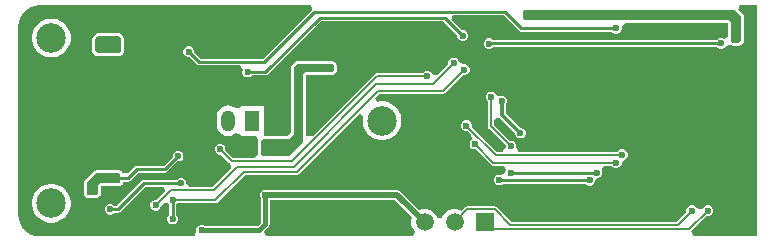
<source format=gbl>
G04*
G04 #@! TF.GenerationSoftware,Altium Limited,Altium Designer,21.0.9 (235)*
G04*
G04 Layer_Physical_Order=2*
G04 Layer_Color=16711680*
%FSTAX24Y24*%
%MOIN*%
G70*
G04*
G04 #@! TF.SameCoordinates,F3794B47-591B-43CD-9A24-B45F9C40A272*
G04*
G04*
G04 #@! TF.FilePolarity,Positive*
G04*
G01*
G75*
%ADD11C,0.0100*%
%ADD14C,0.0080*%
%ADD21R,0.0591X0.0591*%
%ADD71C,0.0150*%
%ADD72C,0.0200*%
%ADD73C,0.0120*%
%ADD74O,0.0669X0.0433*%
%ADD75O,0.0472X0.0709*%
%ADD76R,0.0472X0.0709*%
%ADD77O,0.0787X0.0984*%
%ADD78C,0.0984*%
%ADD79C,0.0591*%
%ADD80C,0.0236*%
%ADD81R,0.0512X0.0315*%
%ADD82R,0.1181X0.0827*%
G36*
X039918Y025127D02*
Y024327D01*
X039848Y024257D01*
X039658D01*
X039598Y024317D01*
Y024927D01*
X039528Y024997D01*
X032728D01*
X032658Y025067D01*
Y025287D01*
X032698Y025327D01*
X039718D01*
X039918Y025127D01*
D02*
G37*
G36*
X016535Y025504D02*
X02557D01*
X025617Y025362D01*
X025617Y025354D01*
X023982Y023719D01*
X021904D01*
X021686Y023937D01*
Y023992D01*
X021659Y024057D01*
X021609Y024108D01*
X021543Y024135D01*
X021473D01*
X021407Y024108D01*
X021357Y024057D01*
X02133Y023992D01*
Y023921D01*
X021357Y023856D01*
X021407Y023806D01*
X021473Y023778D01*
X021528D01*
X021779Y023527D01*
X021779Y023527D01*
X021815Y023503D01*
X021858Y023494D01*
X021858Y023494D01*
X023232D01*
X023267Y023452D01*
X023313Y023344D01*
X0233Y023312D01*
Y023241D01*
X023327Y023176D01*
X023377Y023126D01*
X023443Y023098D01*
X023513D01*
X023579Y023126D01*
X023618Y023164D01*
X024068D01*
X024068Y023164D01*
X024111Y023173D01*
X024147Y023197D01*
X025924Y024974D01*
X029992D01*
X03046Y024506D01*
Y024451D01*
X030487Y024386D01*
X030537Y024336D01*
X030603Y024308D01*
X030673D01*
X030739Y024336D01*
X030789Y024386D01*
X030816Y024451D01*
Y024522D01*
X030789Y024587D01*
X030739Y024638D01*
X030673Y024665D01*
X030619D01*
X030257Y025026D01*
X030315Y025164D01*
X032012D01*
X032519Y024657D01*
X032519Y024657D01*
X032555Y024633D01*
X032598Y024624D01*
X035618D01*
X035657Y024586D01*
X035723Y024558D01*
X035793D01*
X035859Y024586D01*
X035909Y024636D01*
X035936Y024701D01*
Y024772D01*
X036048Y024895D01*
X039486D01*
X039496Y024884D01*
Y024463D01*
X039411Y024416D01*
X039346Y024393D01*
X039293Y024415D01*
X039223D01*
X039157Y024388D01*
X03911Y02434D01*
X031657D01*
X031626Y02437D01*
X031561Y024397D01*
X03149D01*
X031425Y02437D01*
X031375Y02432D01*
X031347Y024254D01*
Y024184D01*
X031375Y024118D01*
X031425Y024068D01*
X03149Y024041D01*
X031561D01*
X031626Y024068D01*
X031674Y024116D01*
X039127D01*
X039157Y024086D01*
X039223Y024058D01*
X039293D01*
X039359Y024086D01*
X039409Y024136D01*
X039415Y02415D01*
X039559Y024191D01*
X039581Y024189D01*
X039586Y024184D01*
X039619Y024162D01*
X039658Y024155D01*
X039848D01*
X039887Y024162D01*
X03992Y024184D01*
X03999Y024254D01*
X040012Y024288D01*
X04002Y024327D01*
Y025127D01*
X040012Y025166D01*
X03999Y025199D01*
X039835Y025354D01*
X039897Y025504D01*
X040465D01*
Y017803D01*
X038352D01*
X03833Y017831D01*
X03826Y017964D01*
X038774Y018478D01*
X038843D01*
X038909Y018506D01*
X038959Y018556D01*
X038986Y018621D01*
Y018692D01*
X038959Y018757D01*
X038909Y018808D01*
X038843Y018835D01*
X038773D01*
X038707Y018808D01*
X038657Y018757D01*
X038644Y018726D01*
X038602Y018702D01*
X038587Y018701D01*
X038429Y018757D01*
X038379Y018808D01*
X038313Y018835D01*
X038243D01*
X038177Y018808D01*
X038127Y018757D01*
X0381Y018692D01*
Y018623D01*
X037766Y018288D01*
X03226D01*
X03178Y018769D01*
X031747Y018791D01*
X031708Y018798D01*
X030799D01*
X03076Y018791D01*
X030727Y018769D01*
X030605Y018646D01*
X030542Y018683D01*
X030429Y018713D01*
X030311D01*
X030198Y018683D01*
X030097Y018624D01*
X030014Y018541D01*
X029955Y01844D01*
X029948Y018412D01*
X029792D01*
X029785Y01844D01*
X029726Y018541D01*
X029643Y018624D01*
X029542Y018683D01*
X029429Y018713D01*
X029311D01*
X029198Y018683D01*
X02919Y018678D01*
X02858Y019289D01*
X028527Y019324D01*
X028464Y019337D01*
X024137D01*
X0241Y019352D01*
X024029D01*
X023964Y019324D01*
X023914Y019274D01*
X023887Y019209D01*
Y019138D01*
X023914Y019073D01*
X023927Y019059D01*
Y01826D01*
X023811Y018144D01*
X022052D01*
X022039Y018158D01*
X021973Y018185D01*
X021903D01*
X021837Y018158D01*
X021787Y018107D01*
X02176Y018042D01*
Y017971D01*
X021767Y017953D01*
X021706Y017828D01*
X021679Y017803D01*
X016535D01*
X016535Y017803D01*
X016399Y017817D01*
X016267Y017857D01*
X016146Y017921D01*
X01604Y018008D01*
X015953Y018115D01*
X015888Y018236D01*
X015848Y018367D01*
X015835Y018504D01*
X015835Y018504D01*
Y024803D01*
X015835Y024803D01*
X015848Y02494D01*
X015888Y025071D01*
X015953Y025192D01*
X01604Y025299D01*
X016146Y025386D01*
X016267Y025451D01*
X016399Y02549D01*
X016535Y025504D01*
X016535Y025504D01*
D02*
G37*
G36*
X02896Y018447D02*
X028955Y01844D01*
X028925Y018326D01*
Y018209D01*
X028955Y018096D01*
X029014Y017994D01*
X029055Y017953D01*
X028996Y017803D01*
X024071D01*
X024009Y017953D01*
X024162Y018106D01*
X024162Y018106D01*
X024192Y018151D01*
X024203Y018203D01*
X024203Y018203D01*
Y01901D01*
X028397D01*
X02896Y018447D01*
D02*
G37*
%LPC*%
G36*
X019168Y024578D02*
X018478D01*
X018439Y024571D01*
X018406Y024549D01*
X018316Y024459D01*
X018294Y024426D01*
X018286Y024387D01*
Y023997D01*
X018294Y023958D01*
X018316Y023924D01*
X018416Y023824D01*
X018449Y023802D01*
X018488Y023795D01*
X019188D01*
X019227Y023802D01*
X01926Y023824D01*
X019263Y023827D01*
X019283D01*
Y023847D01*
X01931Y023874D01*
X019332Y023908D01*
X01934Y023947D01*
Y024407D01*
X019332Y024446D01*
X01931Y024479D01*
X01924Y024549D01*
X019207Y024571D01*
X019168Y024578D01*
D02*
G37*
G36*
X016992Y025052D02*
X016866D01*
X016742Y025027D01*
X016625Y024978D01*
X01652Y024908D01*
X01643Y024819D01*
X01636Y024714D01*
X016312Y024597D01*
X016287Y024473D01*
Y024346D01*
X016312Y024222D01*
X01636Y024105D01*
X01643Y024D01*
X01652Y023911D01*
X016625Y02384D01*
X016742Y023792D01*
X016866Y023767D01*
X016992D01*
X017116Y023792D01*
X017233Y02384D01*
X017338Y023911D01*
X017428Y024D01*
X017498Y024105D01*
X017547Y024222D01*
X017571Y024346D01*
Y024473D01*
X017547Y024597D01*
X017498Y024714D01*
X017428Y024819D01*
X017338Y024908D01*
X017233Y024978D01*
X017116Y025027D01*
X016992Y025052D01*
D02*
G37*
G36*
X030373Y023755D02*
X030303D01*
X030237Y023728D01*
X030187Y023677D01*
X03016Y023612D01*
Y023541D01*
X030162Y023535D01*
X029786Y023159D01*
X029733Y023163D01*
X029622Y023207D01*
X029609Y023237D01*
X029559Y023288D01*
X029493Y023315D01*
X029423D01*
X029357Y023288D01*
X029308Y023238D01*
X027788D01*
X027749Y023231D01*
X027716Y023209D01*
X025654Y021147D01*
X02543D01*
X02543Y023165D01*
X02629Y023165D01*
X026329Y023172D01*
X026363Y023194D01*
X02641Y023242D01*
X026432Y023275D01*
X02644Y023314D01*
Y023503D01*
X026432Y023542D01*
X02641Y023575D01*
X026367Y023619D01*
X026334Y023641D01*
X026295Y023648D01*
X025371Y023648D01*
X025128D01*
X025089Y023641D01*
X025056Y023619D01*
X024936Y023499D01*
X024914Y023466D01*
X024906Y023427D01*
Y021239D01*
X024796Y021128D01*
X02415D01*
X024008Y021149D01*
X024008Y021278D01*
Y022158D01*
X023236D01*
Y02213D01*
X023176Y02209D01*
X023086Y022066D01*
X023029Y022109D01*
X022935Y022148D01*
X022835Y022161D01*
X022734Y022148D01*
X02264Y022109D01*
X022559Y022047D01*
X022497Y021966D01*
X022458Y021872D01*
X022445Y021772D01*
Y021535D01*
X022458Y021435D01*
X022497Y021341D01*
X022559Y02126D01*
X02264Y021198D01*
X022734Y021159D01*
X022835Y021146D01*
X022935Y021159D01*
X023029Y021198D01*
X023086Y021241D01*
X023176Y021217D01*
X023236Y021177D01*
Y021149D01*
X023744D01*
X023778Y021113D01*
X023823Y021007D01*
X023823Y020999D01*
X023816Y020967D01*
Y020547D01*
X023735Y020442D01*
X023703Y020418D01*
X02298D01*
X022734Y020665D01*
Y020735D01*
X022706Y0208D01*
X022656Y02085D01*
X022591Y020877D01*
X02252D01*
X022455Y02085D01*
X022404Y0208D01*
X022377Y020735D01*
Y020664D01*
X022404Y020598D01*
X022455Y020548D01*
X02252Y020521D01*
X022589D01*
X022866Y020244D01*
X022874Y020239D01*
X022911Y020118D01*
X022916Y020069D01*
X022294Y019447D01*
X02155D01*
X021421Y019528D01*
Y019599D01*
X021394Y019664D01*
X021344Y019714D01*
X021278Y019741D01*
X021207D01*
X021142Y019714D01*
X021103Y019675D01*
X020005D01*
X020005Y019675D01*
X019962Y019667D01*
X019925Y019643D01*
X019099Y018816D01*
X019034D01*
X018999Y018852D01*
X018933Y018879D01*
X018862D01*
X018797Y018852D01*
X018747Y018802D01*
X01872Y018736D01*
Y018665D01*
X018747Y0186D01*
X018797Y01855D01*
X018862Y018523D01*
X018933D01*
X018999Y01855D01*
X019041Y018592D01*
X019146D01*
X019146Y018592D01*
X019189Y018601D01*
X019225Y018625D01*
X020051Y019451D01*
X020673D01*
X020735Y019301D01*
X020442Y019008D01*
X020373D01*
X020307Y018981D01*
X020257Y018931D01*
X02023Y018865D01*
Y018794D01*
X020257Y018729D01*
X020307Y018679D01*
X020373Y018652D01*
X020443D01*
X020509Y018679D01*
X020559Y018729D01*
X020586Y018794D01*
Y018823D01*
X02071Y018926D01*
X020827Y018896D01*
X020866Y018857D01*
Y018516D01*
X020827Y018477D01*
X0208Y018412D01*
Y018341D01*
X020827Y018276D01*
X020877Y018226D01*
X020943Y018198D01*
X021013D01*
X021079Y018226D01*
X021129Y018276D01*
X021156Y018341D01*
Y018412D01*
X021129Y018477D01*
X02109Y018516D01*
Y018857D01*
X021128Y018895D01*
X022398D01*
X022437Y018902D01*
X02247Y018924D01*
X0234Y019855D01*
X025118D01*
X025157Y019862D01*
X02519Y019884D01*
X027197Y021891D01*
X027262Y021868D01*
X02733Y021812D01*
X027311Y021717D01*
Y02159D01*
X027335Y021466D01*
X027384Y021349D01*
X027454Y021244D01*
X027543Y021155D01*
X027649Y021084D01*
X027765Y021036D01*
X02789Y021011D01*
X028016D01*
X02814Y021036D01*
X028257Y021084D01*
X028362Y021155D01*
X028452Y021244D01*
X028522Y021349D01*
X02857Y021466D01*
X028595Y02159D01*
Y021717D01*
X02857Y021841D01*
X028522Y021958D01*
X028452Y022063D01*
X028362Y022152D01*
X028257Y022223D01*
X02814Y022271D01*
X028016Y022296D01*
X02789D01*
X027795Y022277D01*
X027739Y022345D01*
X027715Y02241D01*
X02786Y022555D01*
X03D01*
X030039Y022562D01*
X030072Y022584D01*
X030664Y023177D01*
X030733D01*
X030799Y023204D01*
X030849Y023254D01*
X030876Y023319D01*
Y02339D01*
X030849Y023456D01*
X030799Y023506D01*
X030733Y023533D01*
X030663D01*
X030521Y023609D01*
X030513Y023621D01*
X030489Y023677D01*
X030439Y023728D01*
X030373Y023755D01*
D02*
G37*
G36*
X03163Y022624D02*
X031559D01*
X031494Y022597D01*
X031443Y022547D01*
X031416Y022481D01*
Y02241D01*
X031443Y022345D01*
X031493Y022296D01*
Y021465D01*
X0315Y021426D01*
X031522Y021393D01*
X032071Y020844D01*
Y020775D01*
X032074Y020768D01*
X031999Y020629D01*
X031986Y020618D01*
X031785D01*
X030947Y021457D01*
Y021526D01*
X03092Y021591D01*
X03087Y021641D01*
X030804Y021669D01*
X030734D01*
X030668Y021641D01*
X030618Y021591D01*
X030591Y021526D01*
Y021455D01*
X030618Y02139D01*
X030668Y021339D01*
X030734Y021312D01*
X030803D01*
X030932Y021184D01*
X030947Y021028D01*
X030897Y020977D01*
X03087Y020912D01*
Y020841D01*
X030897Y020776D01*
X030947Y020726D01*
X031013Y020698D01*
X031082D01*
X031596Y020184D01*
X031629Y020162D01*
X031668Y020155D01*
X032032D01*
X032094Y020005D01*
X032093Y020003D01*
X032066Y019938D01*
Y019937D01*
X032047Y019915D01*
X031925Y019846D01*
X031903Y019855D01*
X031833D01*
X031767Y019828D01*
X031717Y019777D01*
X03169Y019712D01*
Y019641D01*
X031717Y019576D01*
X031767Y019526D01*
X031833Y019498D01*
X031903D01*
X031969Y019526D01*
X032003Y019559D01*
X034733D01*
X034777Y019516D01*
X034843Y019488D01*
X034913D01*
X034979Y019516D01*
X035029Y019566D01*
X035056Y019631D01*
X035075Y019709D01*
X035153Y019738D01*
X035219Y019766D01*
X035269Y019816D01*
X035296Y019881D01*
Y019952D01*
X035274Y020005D01*
X035298Y02007D01*
X035344Y020155D01*
X035608D01*
X035657Y020106D01*
X035723Y020078D01*
X035793D01*
X035859Y020106D01*
X035909Y020156D01*
X035936Y020221D01*
Y020292D01*
X036003Y020338D01*
X036069Y020366D01*
X036119Y020416D01*
X036146Y020481D01*
Y020552D01*
X036119Y020617D01*
X036069Y020668D01*
X036003Y020695D01*
X035933D01*
X035867Y020668D01*
X035818Y020618D01*
X032512D01*
X032499Y020629D01*
X032424Y020768D01*
X032427Y020775D01*
Y020846D01*
X0324Y020911D01*
X03235Y020961D01*
X032284Y020989D01*
X032215D01*
X031696Y021507D01*
Y021681D01*
X031725Y021704D01*
X031862Y02177D01*
X032386Y021245D01*
Y021205D01*
X032413Y021139D01*
X032464Y021089D01*
X032529Y021062D01*
X0326D01*
X032665Y021089D01*
X032715Y021139D01*
X032743Y021205D01*
Y021276D01*
X032715Y021341D01*
X032665Y021391D01*
X0326Y021418D01*
X032559D01*
X03207Y021907D01*
Y022177D01*
X032099Y022206D01*
X032126Y022271D01*
Y022342D01*
X032099Y022407D01*
X032049Y022458D01*
X031983Y022485D01*
X031921D01*
X031913Y022485D01*
X031834Y022483D01*
X031747Y022545D01*
X031743Y022549D01*
X031735Y022557D01*
X031695Y022597D01*
X03163Y022624D01*
D02*
G37*
G36*
X021189Y020651D02*
X021119D01*
X021053Y020623D01*
X021003Y020573D01*
X020976Y020508D01*
Y020453D01*
X020672Y020149D01*
X019779D01*
X019736Y02014D01*
X0197Y020116D01*
X0197Y020116D01*
X019476Y019892D01*
X019408Y019898D01*
X019312Y019921D01*
X0193Y019939D01*
X019283Y019956D01*
Y019972D01*
X019266D01*
X019237Y019991D01*
X019198Y019998D01*
X018418D01*
X018379Y019991D01*
X018346Y019969D01*
X018046Y019669D01*
X018024Y019636D01*
X018016Y019597D01*
X018016Y019217D01*
X018024Y019178D01*
X018046Y019144D01*
X018096Y019094D01*
X018129Y019072D01*
X018168Y019065D01*
X018418D01*
X018457Y019072D01*
X01849Y019094D01*
X01855Y019154D01*
X018572Y019188D01*
X01858Y019227D01*
Y019464D01*
X01859Y019475D01*
X019208D01*
X019247Y019482D01*
X019269Y019497D01*
X019283D01*
Y019507D01*
X0193Y019524D01*
X019322Y019558D01*
X01933Y019597D01*
Y019622D01*
X019477D01*
X019477Y019622D01*
X01952Y019631D01*
X019556Y019655D01*
X019826Y019924D01*
X020718D01*
X020718Y019924D01*
X020761Y019933D01*
X020797Y019957D01*
X021134Y020294D01*
X021189D01*
X021255Y020321D01*
X021305Y020372D01*
X021332Y020437D01*
Y020508D01*
X021305Y020573D01*
X021255Y020623D01*
X021189Y020651D01*
D02*
G37*
G36*
X016992Y01954D02*
X016866D01*
X016742Y019515D01*
X016625Y019467D01*
X01652Y019396D01*
X01643Y019307D01*
X01636Y019202D01*
X016312Y019085D01*
X016287Y018961D01*
Y018834D01*
X016312Y01871D01*
X01636Y018593D01*
X01643Y018488D01*
X01652Y018399D01*
X016625Y018329D01*
X016742Y01828D01*
X016866Y018256D01*
X016992D01*
X017116Y01828D01*
X017233Y018329D01*
X017338Y018399D01*
X017428Y018488D01*
X017498Y018593D01*
X017547Y01871D01*
X017571Y018834D01*
Y018961D01*
X017547Y019085D01*
X017498Y019202D01*
X017428Y019307D01*
X017338Y019396D01*
X017233Y019467D01*
X017116Y019515D01*
X016992Y01954D01*
D02*
G37*
%LPD*%
G36*
X019238Y024407D02*
Y023947D01*
X019188Y023897D01*
X018488D01*
X018388Y023997D01*
Y024387D01*
X018478Y024477D01*
X019168D01*
X019238Y024407D01*
D02*
G37*
G36*
X026338Y023503D02*
Y023314D01*
X02629Y023267D01*
X025378Y023267D01*
X025328Y023217D01*
X025328Y020937D01*
X024878Y020487D01*
X023978D01*
X023918Y020547D01*
Y020967D01*
X023978Y021027D01*
X024838D01*
X025008Y021197D01*
Y023427D01*
X025128Y023547D01*
X025371D01*
X026295Y023547D01*
X026338Y023503D01*
D02*
G37*
G36*
X019228Y019867D02*
Y019597D01*
X019208Y019577D01*
X018548D01*
X018478Y019507D01*
Y019227D01*
X018418Y019167D01*
X018168D01*
X018118Y019217D01*
X018118Y019597D01*
X018418Y019897D01*
X019198D01*
X019228Y019867D01*
D02*
G37*
D11*
X019477Y019734D02*
X019779Y020037D01*
X018947Y019734D02*
X019477D01*
X019779Y020037D02*
X020718D01*
X018503Y019734D02*
X018947D01*
X020718Y020037D02*
X021154Y020472D01*
X018298Y019567D02*
X018335D01*
X018503Y019734D01*
X018901Y018704D02*
X019146D01*
X020005Y019563D01*
X021243D01*
X018898Y018701D02*
X018901Y018704D01*
X021858Y023607D02*
X024028D01*
X021508Y023957D02*
X021858Y023607D01*
X023478Y023277D02*
X024068D01*
X025878Y025087D01*
X030038D01*
X030638Y024487D01*
X024028Y023607D02*
X025698Y025277D01*
X032598Y024737D02*
X035758D01*
X025698Y025277D02*
X032058D01*
X032598Y024737D01*
X031534Y024228D02*
X039249D01*
X031526Y024219D02*
X031534Y024228D01*
X039249D02*
X039258Y024237D01*
X020978Y018377D02*
Y018997D01*
X032251Y01991D02*
X035111D01*
X035118Y019917D01*
X032244Y019903D02*
X032251Y01991D01*
X031873Y019672D02*
X034873D01*
X031868Y019677D02*
X031873Y019672D01*
X034873D02*
X034878Y019667D01*
D14*
X020408Y01883D02*
X020923Y019345D01*
X022337D01*
X027768Y022867D02*
X029638D01*
X025018Y020117D02*
X027768Y022867D01*
X023108Y020117D02*
X025018D01*
X023358Y019957D02*
X025118D01*
X027818Y022657D02*
X03D01*
X025118Y019957D02*
X027818Y022657D01*
X024968Y020317D02*
X027788Y023137D01*
X029458D01*
X022938Y020317D02*
X024968D01*
X03Y022657D02*
X030698Y023355D01*
X029638Y022867D02*
X030338Y023567D01*
X022398Y018997D02*
X023358Y019957D01*
X022337Y019345D02*
X023108Y020117D01*
X020978Y018997D02*
X022398D01*
X022555Y020699D02*
X022938Y020317D01*
X030338Y023567D02*
Y023577D01*
X031668Y020257D02*
X035758D01*
X031048Y020877D02*
X031668Y020257D01*
X031743Y020517D02*
X035968D01*
X030769Y02149D02*
X031743Y020517D01*
X031594Y021465D02*
X032249Y02081D01*
X032249D01*
X031594Y021465D02*
Y022446D01*
X032218Y018187D02*
X037808D01*
X031625Y018037D02*
X038188D01*
X038808Y018657D01*
X037808Y018187D02*
X038278Y018657D01*
X031621Y018017D02*
Y018032D01*
X031625Y018037D01*
X031708Y018697D02*
X032218Y018187D01*
X03137Y018268D02*
X031621Y018017D01*
X038808Y018657D02*
Y018657D01*
X030799Y018697D02*
X031708D01*
X03037Y018268D02*
X030799Y018697D01*
D21*
X03137Y018268D02*
D03*
D71*
X018528Y024337D02*
X018545Y02432D01*
X018865Y024065D02*
X018947D01*
X018783Y024147D02*
Y02417D01*
X018632Y02432D02*
X018783Y02417D01*
Y024147D02*
X018865Y024065D01*
X018545Y02432D02*
X018632D01*
X01853Y024065D02*
X018947D01*
X021938Y018007D02*
X023868D01*
X024065Y018203D01*
Y019173D01*
D72*
X025148Y021037D02*
Y023256D01*
X024748Y020637D02*
X025148Y021037D01*
X025166Y023274D02*
Y023289D01*
X025283Y023407D02*
X026188D01*
X025148Y023256D02*
X025166Y023274D01*
Y023289D02*
X025283Y023407D01*
X028464Y019173D02*
X02937Y018268D01*
X024065Y019173D02*
X028464D01*
X033088Y025147D02*
X039634D01*
X039751Y024703D02*
Y025029D01*
X032828Y025147D02*
X033088D01*
X039634D02*
X039751Y025029D01*
X024068Y020637D02*
X024748D01*
X039751Y024703D02*
X039758Y024697D01*
D73*
X031948Y021857D02*
X032564Y02124D01*
X031948Y021857D02*
Y022307D01*
D74*
X016348Y023354D02*
D03*
Y019953D02*
D03*
X017844D02*
D03*
Y023354D02*
D03*
D75*
X022047Y021654D02*
D03*
X022835D02*
D03*
D76*
X023622D02*
D03*
D77*
X024449D02*
D03*
X02122D02*
D03*
D78*
X027953D02*
D03*
X016929Y018898D02*
D03*
Y024409D02*
D03*
D79*
X02837Y018268D02*
D03*
X02937D02*
D03*
X03037D02*
D03*
D80*
X020418Y021917D02*
D03*
X019528D02*
D03*
X019518Y020177D02*
D03*
X019158Y020507D02*
D03*
X019728Y018827D02*
D03*
X021732Y022441D02*
D03*
X020984D02*
D03*
X017953Y024055D02*
D03*
X017992Y024606D02*
D03*
X018425Y025039D02*
D03*
X019016Y025118D02*
D03*
X02311Y024488D02*
D03*
X023386Y025118D02*
D03*
X022874D02*
D03*
X022362D02*
D03*
X019016Y02248D02*
D03*
X018898Y022874D02*
D03*
X017913Y018976D02*
D03*
X018268Y018622D02*
D03*
X017953Y01815D02*
D03*
X018583D02*
D03*
X019055D02*
D03*
X018528Y024337D02*
D03*
X018288Y019307D02*
D03*
X018298Y019567D02*
D03*
X021508Y023957D02*
D03*
X023478Y023277D02*
D03*
X025148Y022957D02*
D03*
X01853Y024065D02*
D03*
X020408Y01883D02*
D03*
X018898Y018701D02*
D03*
X030945Y024764D02*
D03*
X029291D02*
D03*
X02626Y021969D02*
D03*
X025148Y023247D02*
D03*
X026098Y022957D02*
D03*
X037756Y024567D02*
D03*
X038937D02*
D03*
X021938Y018007D02*
D03*
X029128Y019397D02*
D03*
X028338Y019557D02*
D03*
X031598Y019917D02*
D03*
X032648Y019397D02*
D03*
X035028Y018957D02*
D03*
X035468Y018667D02*
D03*
X036688Y018687D02*
D03*
X037028Y018657D02*
D03*
X032608Y020867D02*
D03*
X022238Y019607D02*
D03*
X023468Y020557D02*
D03*
X023458Y020947D02*
D03*
X031142Y019567D02*
D03*
X029658Y019427D02*
D03*
X034646Y019291D02*
D03*
X034055D02*
D03*
X035079Y02126D02*
D03*
X034252Y02122D02*
D03*
X036024Y021063D02*
D03*
Y021654D02*
D03*
Y022244D02*
D03*
Y022835D02*
D03*
X036417Y023228D02*
D03*
X037008D02*
D03*
X037598D02*
D03*
X038189D02*
D03*
X038583Y022835D02*
D03*
Y022244D02*
D03*
Y021654D02*
D03*
Y021063D02*
D03*
X038189Y020669D02*
D03*
X037598D02*
D03*
X037008D02*
D03*
X040276Y019094D02*
D03*
Y019685D02*
D03*
Y020276D02*
D03*
Y020866D02*
D03*
Y021457D02*
D03*
Y022047D02*
D03*
Y022638D02*
D03*
Y023228D02*
D03*
Y023819D02*
D03*
Y024409D02*
D03*
X03378Y023071D02*
D03*
Y023504D02*
D03*
Y023858D02*
D03*
X032717Y02378D02*
D03*
X027008Y022913D02*
D03*
X026575Y022283D02*
D03*
X028228Y020157D02*
D03*
X02689D02*
D03*
X030118Y019807D02*
D03*
X029213Y020315D02*
D03*
X030058Y020357D02*
D03*
X032638Y02185D02*
D03*
X032323Y022047D02*
D03*
X032638Y02252D02*
D03*
X032598Y022874D02*
D03*
X032362Y023307D02*
D03*
X030984Y024173D02*
D03*
X030472D02*
D03*
X029764Y024409D02*
D03*
X028346Y02437D02*
D03*
X027638Y024409D02*
D03*
X027008D02*
D03*
X025709D02*
D03*
X024528Y019528D02*
D03*
X022835Y018504D02*
D03*
X022402Y019843D02*
D03*
X022126D02*
D03*
X017008Y020551D02*
D03*
X016575Y020984D02*
D03*
X016378Y021457D02*
D03*
Y022008D02*
D03*
X016417Y022598D02*
D03*
X017008Y022717D02*
D03*
X018504Y020984D02*
D03*
X018661Y020591D02*
D03*
X018858Y020787D02*
D03*
X019134Y021063D02*
D03*
X023504Y01937D02*
D03*
X026969Y019567D02*
D03*
X025591Y019528D02*
D03*
X026142Y018819D02*
D03*
X025669D02*
D03*
X025512Y018032D02*
D03*
X026339D02*
D03*
X02752Y018071D02*
D03*
X024488Y018228D02*
D03*
Y018661D02*
D03*
X02374Y018504D02*
D03*
X023425D02*
D03*
X026188Y023407D02*
D03*
X033088Y025147D02*
D03*
X024068Y020897D02*
D03*
Y020637D02*
D03*
X024065Y019173D02*
D03*
X039258Y024237D02*
D03*
X030338Y023577D02*
D03*
X030698Y023355D02*
D03*
X029458Y023137D02*
D03*
X031948Y022307D02*
D03*
X032828Y025147D02*
D03*
X030638Y024487D02*
D03*
X035758Y024737D02*
D03*
X031526Y024219D02*
D03*
X032564Y02124D02*
D03*
X039758Y024397D02*
D03*
Y024697D02*
D03*
X022555Y020699D02*
D03*
X021154Y020472D02*
D03*
X020978Y018377D02*
D03*
Y018997D02*
D03*
X021358Y018457D02*
D03*
X035758Y020257D02*
D03*
X035968Y020517D02*
D03*
X035118Y019917D02*
D03*
X034878Y019667D02*
D03*
X031868Y019677D02*
D03*
X032244Y019903D02*
D03*
X038278Y018657D02*
D03*
X038808D02*
D03*
X031048Y020877D02*
D03*
X030769Y02149D02*
D03*
X021708Y018457D02*
D03*
X021243Y019563D02*
D03*
X032249Y02081D02*
D03*
X031594Y022446D02*
D03*
D81*
X018947Y019242D02*
D03*
Y019734D02*
D03*
Y023573D02*
D03*
Y024065D02*
D03*
D82*
X02003Y018238D02*
D03*
Y020738D02*
D03*
Y022569D02*
D03*
Y025069D02*
D03*
M02*

</source>
